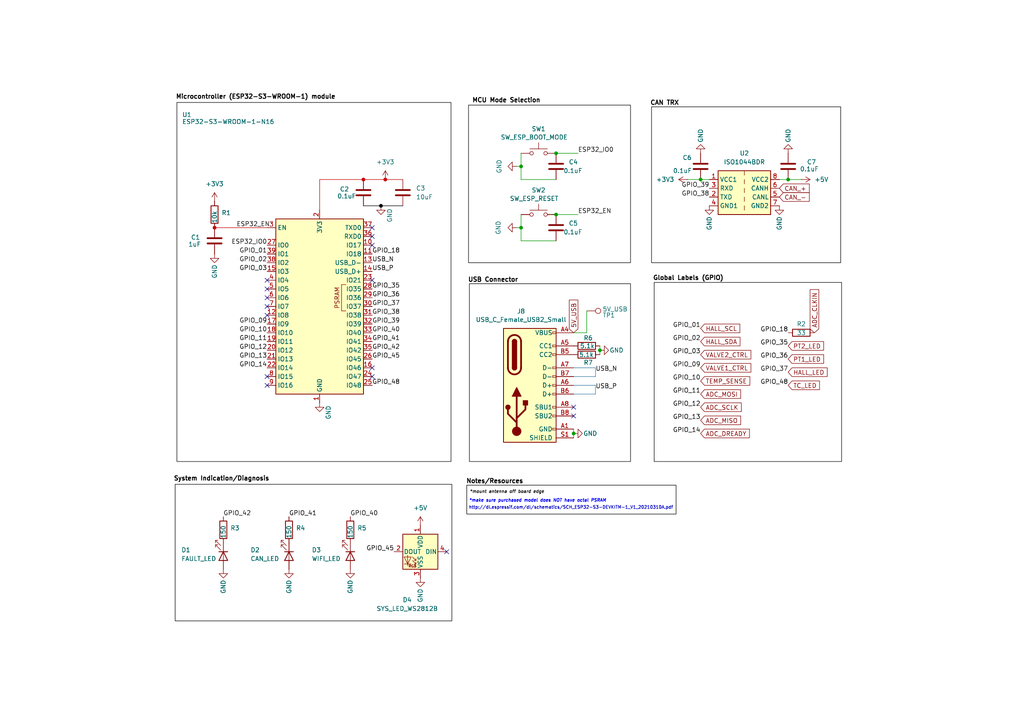
<source format=kicad_sch>
(kicad_sch (version 20231120) (generator "eeschema") (generator_version "8.0")
  (paper "A4")
  (title_block (title "ULC Board ESP32-S3 Breakout Circuitry ") (rev "A") (company "Queen's Rocket Engineering Team") (comment 1 "Jeevan Sanchez"))
  (lib_symbols
    (symbol "Connector:TestPoint" (pin_numbers hide) (pin_names (offset 0.762) hide)
      (property "Reference" "TP" (at 0 6.858 0))
      (property "Value" "TestPoint" (at 0 5.08 0))
      (symbol "TestPoint_0_1"
        (circle (center 0 3.302) (radius 0.762))
      )
      (symbol "TestPoint_1_1"
        (pin passive line (at 0 0 90) (length 2.54) (name "1") (number "1"))
      )
    )
    (symbol "Device:C" (pin_numbers hide) (pin_names (offset 0.254))
      (property "Reference" "C" (at 0.635 2.54 0))
      (property "Value" "C" (at 0.635 -2.54 0))
      (symbol "C_0_1"
        (polyline (pts (xy -2.032 -0.762) (xy 2.032 -0.762)) (stroke (width 0.508)))
        (polyline (pts (xy -2.032 0.762) (xy 2.032 0.762)) (stroke (width 0.508)))
      )
      (symbol "C_1_1"
        (pin passive line (at 0 3.81 270) (length 2.794) (name "~") (number "1"))
        (pin passive line (at 0 -3.81 90) (length 2.794) (name "~") (number "2"))
      )
    )
    (symbol "Device:LED" (pin_numbers hide) (pin_names (offset 1.016) hide)
      (property "Reference" "D" (at 0 2.54 0))
      (property "Value" "LED" (at 0 -2.54 0))
      (symbol "LED_0_1"
        (polyline (pts (xy -1.27 -1.27) (xy -1.27 1.27)) (stroke (width 0.254)))
        (polyline (pts (xy -1.27 0) (xy 1.27 0)))
        (polyline (pts (xy 1.27 -1.27) (xy 1.27 1.27) (xy -1.27 0) (xy 1.27 -1.27)) (stroke (width 0.254)))
        (polyline (pts (xy -3.048 -0.762) (xy -4.572 -2.286) (xy -3.81 -2.286) (xy -4.572 -2.286) (xy -4.572 -1.524)))
        (polyline (pts (xy -1.778 -0.762) (xy -3.302 -2.286) (xy -2.54 -2.286) (xy -3.302 -2.286) (xy -3.302 -1.524)))
      )
      (symbol "LED_1_1"
        (pin passive line (at -3.81 0 0) (length 2.54) (name "K") (number "1"))
        (pin passive line (at 3.81 0 180) (length 2.54) (name "A") (number "2"))
      )
    )
    (symbol "Device:R" (pin_numbers hide) (pin_names (offset 0))
      (property "Reference" "R" (at 2.032 0 90))
      (property "Value" "R" (at 0 0 90))
      (symbol "R_0_1"
        (rectangle (start -1.016 -2.54) (end 1.016 2.54) (stroke (width 0.254)))
      )
      (symbol "R_1_1"
        (pin passive line (at 0 3.81 270) (length 1.27) (name "~") (number "1"))
        (pin passive line (at 0 -3.81 90) (length 1.27) (name "~") (number "2"))
      )
    )
    (symbol "Interface_CAN_LIN:ISO1044BD"
      (property "Reference" "U" (at -6.35 6.35 0))
      (property "Value" "ISO1044BD" (at 2.54 6.35 0))
      (symbol "ISO1044BD_0_1"
        (rectangle (start -7.62 5.08) (end 7.62 -7.62) (stroke (width 0.254)) (fill (type background)))
        (polyline (pts (xy 0 -5.08) (xy 0 -6.35)))
        (polyline (pts (xy 0 -2.54) (xy 0 -3.81)))
        (polyline (pts (xy 0 0) (xy 0 -1.27)))
        (polyline (pts (xy 0 2.54) (xy 0 1.27)))
        (polyline (pts (xy 0 5.08) (xy 0 3.81)))
      )
      (symbol "ISO1044BD_1_1"
        (pin power_in line (at -10.16 2.54 0) (length 2.54) (name "VCC1") (number "1"))
        (pin input line (at -10.16 -2.54 0) (length 2.54) (name "TXD") (number "2"))
        (pin output line (at -10.16 0 0) (length 2.54) (name "RXD") (number "3"))
        (pin power_in line (at -10.16 -5.08 0) (length 2.54) (name "GND1") (number "4"))
        (pin bidirectional line (at 10.16 -2.54 180) (length 2.54) (name "CANL") (number "5"))
        (pin bidirectional line (at 10.16 0 180) (length 2.54) (name "CANH") (number "6"))
        (pin power_in line (at 10.16 -5.08 180) (length 2.54) (name "GND2") (number "7"))
        (pin power_in line (at 10.16 2.54 180) (length 2.54) (name "VCC2") (number "8"))
      )
    )
    (symbol "LED:WS2812B" (pin_names (offset 0.254))
      (property "Reference" "D" (at 5.08 5.715 0))
      (property "Value" "WS2812B" (at 1.27 -5.715 0))
      (symbol "WS2812B_0_0"
        (text "RGB" (at 2.286 -4.191 0) (effects (font (size 0.762 0.762))))
      )
      (symbol "WS2812B_0_1"
        (polyline (pts (xy 1.27 -3.556) (xy 1.778 -3.556)))
        (polyline (pts (xy 1.27 -2.54) (xy 1.778 -2.54)))
        (polyline (pts (xy 4.699 -3.556) (xy 2.667 -3.556)))
        (polyline (pts (xy 2.286 -2.54) (xy 1.27 -3.556) (xy 1.27 -3.048)))
        (polyline (pts (xy 2.286 -1.524) (xy 1.27 -2.54) (xy 1.27 -2.032)))
        (polyline (pts (xy 3.683 -1.016) (xy 3.683 -3.556) (xy 3.683 -4.064)))
        (polyline (pts (xy 4.699 -1.524) (xy 2.667 -1.524) (xy 3.683 -3.556) (xy 4.699 -1.524)))
        (rectangle (start 5.08 5.08) (end -5.08 -5.08) (stroke (width 0.254)) (fill (type background)))
      )
      (symbol "WS2812B_1_1"
        (pin power_in line (at 0 7.62 270) (length 2.54) (name "VDD") (number "1"))
        (pin output line (at 7.62 0 180) (length 2.54) (name "DOUT") (number "2"))
        (pin power_in line (at 0 -7.62 90) (length 2.54) (name "VSS") (number "3"))
        (pin input line (at -7.62 0 0) (length 2.54) (name "DIN") (number "4"))
      )
    )
    (symbol "RF_Module:ESP32-S3-WROOM-1"
      (property "Reference" "U" (at -12.7 26.67 0))
      (property "Value" "ESP32-S3-WROOM-1" (at 12.7 26.67 0))
      (symbol "ESP32-S3-WROOM-1_0_0"
        (rectangle (start -12.7 25.4) (end 12.7 -25.4) (stroke (width 0.254)) (fill (type background)))
        (text "PSRAM" (at 5.08 2.54 900) (effects (font (size 1.27 1.27))))
      )
      (symbol "ESP32-S3-WROOM-1_0_1"
        (polyline (pts (xy 7.62 -1.27) (xy 6.35 -1.27) (xy 6.35 6.35) (xy 7.62 6.35)))
      )
      (symbol "ESP32-S3-WROOM-1_1_1"
        (pin power_in line (at 0 -27.94 90) (length 2.54) (name "GND") (number "1"))
        (pin bidirectional line (at 15.24 17.78 180) (length 2.54) (name "IO17") (number "10"))
        (pin bidirectional line (at 15.24 15.24 180) (length 2.54) (name "IO18") (number "11"))
        (pin bidirectional line (at -15.24 -2.54 0) (length 2.54) (name "IO8") (number "12"))
        (pin bidirectional line (at 15.24 12.7 180) (length 2.54) (name "USB_D-") (number "13"))
        (pin bidirectional line (at 15.24 10.16 180) (length 2.54) (name "USB_D+") (number "14"))
        (pin bidirectional line (at -15.24 10.16 0) (length 2.54) (name "IO3") (number "15"))
        (pin bidirectional line (at 15.24 -17.78 180) (length 2.54) (name "IO46") (number "16"))
        (pin bidirectional line (at -15.24 -5.08 0) (length 2.54) (name "IO9") (number "17"))
        (pin bidirectional line (at -15.24 -7.62 0) (length 2.54) (name "IO10") (number "18"))
        (pin bidirectional line (at -15.24 -10.16 0) (length 2.54) (name "IO11") (number "19"))
        (pin power_in line (at 0 27.94 270) (length 2.54) (name "3V3") (number "2"))
        (pin bidirectional line (at -15.24 -12.7 0) (length 2.54) (name "IO12") (number "20"))
        (pin bidirectional line (at -15.24 -15.24 0) (length 2.54) (name "IO13") (number "21"))
        (pin bidirectional line (at -15.24 -17.78 0) (length 2.54) (name "IO14") (number "22"))
        (pin bidirectional line (at 15.24 7.62 180) (length 2.54) (name "IO21") (number "23"))
        (pin bidirectional line (at 15.24 -20.32 180) (length 2.54) (name "IO47") (number "24"))
        (pin bidirectional line (at 15.24 -22.86 180) (length 2.54) (name "IO48") (number "25"))
        (pin bidirectional line (at 15.24 -15.24 180) (length 2.54) (name "IO45") (number "26"))
        (pin bidirectional line (at -15.24 17.78 0) (length 2.54) (name "IO0") (number "27"))
        (pin bidirectional line (at 15.24 5.08 180) (length 2.54) (name "IO35") (number "28"))
        (pin bidirectional line (at 15.24 2.54 180) (length 2.54) (name "IO36") (number "29"))
        (pin input line (at -15.24 22.86 0) (length 2.54) (name "EN") (number "3"))
        (pin bidirectional line (at 15.24 0 180) (length 2.54) (name "IO37") (number "30"))
        (pin bidirectional line (at 15.24 -2.54 180) (length 2.54) (name "IO38") (number "31"))
        (pin bidirectional line (at 15.24 -5.08 180) (length 2.54) (name "IO39") (number "32"))
        (pin bidirectional line (at 15.24 -7.62 180) (length 2.54) (name "IO40") (number "33"))
        (pin bidirectional line (at 15.24 -10.16 180) (length 2.54) (name "IO41") (number "34"))
        (pin bidirectional line (at 15.24 -12.7 180) (length 2.54) (name "IO42") (number "35"))
        (pin bidirectional line (at 15.24 20.32 180) (length 2.54) (name "RXD0") (number "36"))
        (pin bidirectional line (at 15.24 22.86 180) (length 2.54) (name "TXD0") (number "37"))
        (pin bidirectional line (at -15.24 12.7 0) (length 2.54) (name "IO2") (number "38"))
        (pin bidirectional line (at -15.24 15.24 0) (length 2.54) (name "IO1") (number "39"))
        (pin bidirectional line (at -15.24 7.62 0) (length 2.54) (name "IO4") (number "4"))
        (pin passive line (at 0 -27.94 90) (length 2.54) hide (name "GND") (number "40"))
        (pin passive line (at 0 -27.94 90) (length 2.54) hide (name "GND") (number "41"))
        (pin bidirectional line (at -15.24 5.08 0) (length 2.54) (name "IO5") (number "5"))
        (pin bidirectional line (at -15.24 2.54 0) (length 2.54) (name "IO6") (number "6"))
        (pin bidirectional line (at -15.24 0 0) (length 2.54) (name "IO7") (number "7"))
        (pin bidirectional line (at -15.24 -20.32 0) (length 2.54) (name "IO15") (number "8"))
        (pin bidirectional line (at -15.24 -22.86 0) (length 2.54) (name "IO16") (number "9"))
      )
    )
    (symbol "Switch:SW_Push" (pin_numbers hide) (pin_names (offset 1.016) hide)
      (property "Reference" "SW" (at 1.27 2.54 0))
      (property "Value" "SW_Push" (at 0 -1.524 0))
      (symbol "SW_Push_0_1"
        (circle (center -2.032 0) (radius 0.508))
        (polyline (pts (xy 0 1.27) (xy 0 3.048)))
        (polyline (pts (xy 2.54 1.27) (xy -2.54 1.27)))
        (circle (center 2.032 0) (radius 0.508))
        (pin passive line (at -5.08 0 0) (length 2.54) (name "1") (number "1"))
        (pin passive line (at 5.08 0 180) (length 2.54) (name "2") (number "2"))
      )
    )
    (symbol "USB_C:USB_C_Female_USB2_Small" (pin_names (offset 1.016))
      (property "Reference" "J" (at -10.16 19.05 0))
      (property "Value" "USB_C_Female_USB2_Small" (at 19.05 19.05 0))
      (symbol "USB_C_Female_USB2_Small_0_0"
        (rectangle (start 10.16 -11.684) (end 9.144 -11.176))
        (rectangle (start 10.16 -7.366) (end 9.144 -7.874))
        (rectangle (start 10.16 -4.826) (end 9.144 -5.334))
        (rectangle (start 10.16 -1.016) (end 9.144 -1.524))
        (rectangle (start 10.16 1.524) (end 9.144 1.016))
        (rectangle (start 10.16 4.064) (end 9.144 3.556))
        (rectangle (start 10.16 6.604) (end 9.144 6.096))
        (rectangle (start 10.16 10.414) (end 9.144 9.906))
        (rectangle (start 10.16 12.954) (end 9.144 12.446))
        (rectangle (start 10.16 16.764) (end 9.144 16.256))
      )
      (symbol "USB_C_Female_USB2_Small_0_1"
        (rectangle (start -5.08 17.78) (end 10.16 -15.24) (stroke (width 0.254)) (fill (type background)))
        (circle (center -3.81 -5.08) (radius 0.635) (stroke (width 0.254)) (fill (type outline)))
        (arc (start -3.81 6.35) (mid -1.905 4.4533) (end 0 6.35) (stroke (width 0.508)))
        (arc (start -2.54 6.35) (mid -1.905 5.7177) (end -1.27 6.35) (stroke (width 0.254)))
        (arc (start -2.54 6.35) (mid -1.905 5.7177) (end -1.27 6.35) (stroke (width 0.254)) (fill (type outline)))
        (rectangle (start -2.54 13.97) (end -1.27 6.35) (stroke (width 0.254)) (fill (type outline)))
        (circle (center -1.27 -12.065) (radius 1.27) (fill (type outline)))
        (arc (start -1.27 13.97) (mid -1.905 14.6023) (end -2.54 13.97) (stroke (width 0.254)))
        (arc (start -1.27 13.97) (mid -1.905 14.6023) (end -2.54 13.97) (stroke (width 0.254)) (fill (type outline)))
        (polyline (pts (xy -3.81 6.35) (xy -3.81 13.97)) (stroke (width 0.508)))
        (polyline (pts (xy -1.27 -12.065) (xy -1.27 -1.905)) (stroke (width 0.508)))
        (polyline (pts (xy 0 13.97) (xy 0 6.35)) (stroke (width 0.508)))
        (polyline (pts (xy -1.27 -9.525) (xy -3.81 -6.985) (xy -3.81 -5.715)) (stroke (width 0.508)))
        (polyline (pts (xy -1.27 -8.255) (xy 1.27 -5.715) (xy 1.27 -4.445)) (stroke (width 0.508)))
        (polyline (pts (xy -2.54 -1.905) (xy -1.27 0.635) (xy 0 -1.905) (xy -2.54 -1.905)) (stroke (width 0.254)) (fill (type outline)))
        (arc (start 0 13.97) (mid -1.905 15.8667) (end -3.81 13.97) (stroke (width 0.508)))
        (rectangle (start 0.635 -4.445) (end 1.905 -3.175) (stroke (width 0.254)) (fill (type outline)))
      )
      (symbol "USB_C_Female_USB2_Small_1_1"
        (pin passive line (at 15.24 -11.43 180) (length 5.08) (name "GND") (number "A1"))
        (pin passive line (at 15.24 -11.43 180) (length 5.08) hide (name "GND") (number "A12"))
        (pin passive line (at 15.24 16.51 180) (length 5.08) (name "VBUS") (number "A4"))
        (pin bidirectional line (at 15.24 12.7 180) (length 5.08) (name "CC1") (number "A5"))
        (pin bidirectional line (at 15.24 1.27 180) (length 5.08) (name "D+") (number "A6"))
        (pin bidirectional line (at 15.24 6.35 180) (length 5.08) (name "D-") (number "A7"))
        (pin bidirectional line (at 15.24 -5.08 180) (length 5.08) (name "SBU1") (number "A8"))
        (pin passive line (at 15.24 16.51 180) (length 5.08) hide (name "VBUS") (number "A9"))
        (pin passive line (at 15.24 -11.43 180) (length 5.08) hide (name "GND") (number "B1"))
        (pin passive line (at 15.24 -11.43 180) (length 5.08) hide (name "GND") (number "B12"))
        (pin passive line (at 15.24 16.51 180) (length 5.08) hide (name "VBUS") (number "B4"))
        (pin bidirectional line (at 15.24 10.16 180) (length 5.08) (name "CC2") (number "B5"))
        (pin bidirectional line (at 15.24 -1.27 180) (length 5.08) (name "D+") (number "B6"))
        (pin bidirectional line (at 15.24 3.81 180) (length 5.08) (name "D-") (number "B7"))
        (pin bidirectional line (at 15.24 -7.62 180) (length 5.08) (name "SBU2") (number "B8"))
        (pin passive line (at 15.24 16.51 180) (length 5.08) hide (name "VBUS") (number "B9"))
        (pin passive line (at 15.24 -13.97 180) (length 5.08) (name "SHIELD") (number "S1"))
      )
    )
    (symbol "power:+3V3" (power) (pin_numbers hide) (pin_names (offset 0) hide)
      (property "Value" "+3V3" (at 0 3.556 0))
      (symbol "+3V3_0_1"
        (polyline (pts (xy -0.762 1.27) (xy 0 2.54)))
        (polyline (pts (xy 0 0) (xy 0 2.54)))
        (polyline (pts (xy 0 2.54) (xy 0.762 1.27)))
      )
      (symbol "+3V3_1_1"
        (pin power_in line (at 0 0 90) (length 0) (name "~") (number "1"))
      )
    )
    (symbol "power:+5V" (power) (pin_numbers hide) (pin_names (offset 0) hide)
      (property "Value" "+5V" (at 0 3.556 0))
      (symbol "+5V_0_1"
        (polyline (pts (xy -0.762 1.27) (xy 0 2.54)))
        (polyline (pts (xy 0 0) (xy 0 2.54)))
        (polyline (pts (xy 0 2.54) (xy 0.762 1.27)))
      )
      (symbol "+5V_1_1"
        (pin power_in line (at 0 0 90) (length 0) (name "~") (number "1"))
      )
    )
    (symbol "power:GND" (power) (pin_numbers hide) (pin_names (offset 0) hide)
      (property "Value" "GND" (at 0 -3.81 0))
      (symbol "GND_0_1"
        (polyline (pts (xy 0 0) (xy 0 -1.27) (xy 1.27 -1.27) (xy 0 -2.54) (xy -1.27 -1.27) (xy 0 -1.27)))
      )
      (symbol "GND_1_1"
        (pin power_in line (at 0 0 270) (length 0) (name "~") (number "1"))
      )
    )
  )
  (junction (at 161.29 62.23))
  (junction (at 161.29 44.45))
  (junction (at 166.37 125.73))
  (junction (at 203.2 52.07))
  (junction (at 173.99 101.6))
  (junction (at 151.13 66.04))
  (junction (at 110.49 59.69) (color 0 0 0 1))
  (junction (at 111.76 52.07) (color 194 0 0 1))
  (junction (at 228.6 52.07))
  (junction (at 105.41 52.07) (color 194 0 0 1))
  (junction (at 62.23 66.04) (color 194 0 0 1))
  (junction (at 151.13 48.26))
  (no_connect (at 77.47 86.36))
  (no_connect (at 77.47 91.44))
  (no_connect (at 166.37 118.11))
  (no_connect (at 77.47 81.28))
  (no_connect (at 107.95 71.12))
  (no_connect (at 77.47 88.9))
  (no_connect (at 107.95 109.22))
  (no_connect (at 77.47 109.22))
  (no_connect (at 166.37 120.65))
  (no_connect (at 129.54 160.02))
  (no_connect (at 77.47 83.82))
  (no_connect (at 107.95 106.68))
  (no_connect (at 77.47 111.76))
  (no_connect (at 107.95 81.28))
  (no_connect (at 107.95 66.04))
  (no_connect (at 107.95 68.58))
  (wire (pts (xy 151.13 62.23) (xy 151.13 66.04)))
  (wire (pts (xy 151.13 48.26) (xy 151.13 52.07)))
  (wire (pts (xy 203.2 52.07) (xy 205.74 52.07)))
  (wire (pts (xy 92.71 52.07) (xy 92.71 60.96)) (stroke (width 0) (color 194 0 0 1)))
  (wire (pts (xy 149.86 66.04) (xy 151.13 66.04)))
  (wire (pts (xy 149.86 48.26) (xy 151.13 48.26)))
  (wire (pts (xy 111.76 52.07) (xy 116.84 52.07)) (stroke (width 0) (color 194 0 0 1)))
  (wire (pts (xy 166.37 125.73) (xy 166.37 127)))
  (wire (pts (xy 166.37 114.3) (xy 172.72 114.3)) (stroke (width 0) (color 47 120 160 1)))
  (wire (pts (xy 161.29 62.23) (xy 167.64 62.23)))
  (wire (pts (xy 228.6 52.07) (xy 232.41 52.07)))
  (wire (pts (xy 160.02 44.45) (xy 161.29 44.45)))
  (wire (pts (xy 92.71 52.07) (xy 105.41 52.07)) (stroke (width 0) (color 194 0 0 1)))
  (wire (pts (xy 105.41 52.07) (xy 111.76 52.07)) (stroke (width 0) (color 194 0 0 1)))
  (wire (pts (xy 105.41 59.69) (xy 110.49 59.69)) (stroke (width 0) (color 0 0 0 1)))
  (wire (pts (xy 228.6 52.07) (xy 226.06 52.07)))
  (wire (pts (xy 172.72 106.68) (xy 172.72 109.22)) (stroke (width 0) (color 47 120 160 1)))
  (wire (pts (xy 170.18 96.52) (xy 170.18 90.17)))
  (wire (pts (xy 199.39 52.07) (xy 203.2 52.07)))
  (wire (pts (xy 173.99 100.33) (xy 173.99 101.6)))
  (wire (pts (xy 151.13 44.45) (xy 151.13 48.26)))
  (wire (pts (xy 166.37 124.46) (xy 166.37 125.73)))
  (wire (pts (xy 172.72 109.22) (xy 166.37 109.22)) (stroke (width 0) (color 47 120 160 1)))
  (wire (pts (xy 166.37 106.68) (xy 172.72 106.68)) (stroke (width 0) (color 47 120 160 1)))
  (wire (pts (xy 151.13 66.04) (xy 151.13 69.85)))
  (wire (pts (xy 151.13 52.07) (xy 161.29 52.07)))
  (wire (pts (xy 161.29 44.45) (xy 167.64 44.45)))
  (wire (pts (xy 166.37 96.52) (xy 170.18 96.52)))
  (wire (pts (xy 62.23 66.04) (xy 77.47 66.04)) (stroke (width 0) (color 194 0 0 1)))
  (wire (pts (xy 173.99 101.6) (xy 173.99 102.87)))
  (wire (pts (xy 172.72 114.3) (xy 172.72 111.76)) (stroke (width 0) (color 47 120 160 1)))
  (wire (pts (xy 151.13 69.85) (xy 161.29 69.85)))
  (wire (pts (xy 172.72 111.76) (xy 166.37 111.76)) (stroke (width 0) (color 47 120 160 1)))
  (wire (pts (xy 160.02 62.23) (xy 161.29 62.23)))
  (wire (pts (xy 110.49 59.69) (xy 116.84 59.69)) (stroke (width 0) (color 0 0 0 1)))
  (rectangle (start 51.308 29.718) (end 130.81 133.858) (stroke (width 0) (color 0 0 0 1)))
  (rectangle (start 136.144 82.296) (end 182.88 133.858) (stroke (width 0) (color 0 0 0 1)))
  (rectangle (start 135.89 30.48) (end 182.88 76.2) (stroke (width 0) (color 0 0 0 1)))
  (rectangle (start 50.8 140.462) (end 131.064 180.086) (stroke (width 0) (color 0 0 0 1)))
  (rectangle (start 135.382 140.716) (end 196.088 149.098) (stroke (width 0) (color 0 0 0 1)))
  (rectangle (start 188.976 30.988) (end 243.84 76.2) (stroke (width 0) (color 0 0 0 1)))
  (rectangle (start 189.738 81.915) (end 244.094 133.858) (stroke (width 0) (color 0 0 0 1)))
  (text "Notes/Resources" (at 143.51 139.7 0) (effects (font (size 1.27 1.27) (thickness 0.254) (bold yes))))
  (text "CAN TRX" (at 192.786 29.972 0) (effects (font (size 1.27 1.27) (thickness 0.254) (bold yes))))
  (text "MCU Mode Selection" (at 136.906 29.972 0) (effects (font (size 1.27 1.27) (bold yes)) (justify left bottom)))
  (text "*make sure purchased model does NOT have octal PSRAM" (at 155.956 145.288 0) (effects (font (size 0.889 0.889) (thickness 0.1778) (bold yes) (italic yes))))
  (text "USB Connector " (at 143.51 81.28 0) (effects (font (size 1.27 1.27) (thickness 0.254) (bold yes))))
  (text "System Indication/Diagnosis" (at 64.262 138.938 0) (effects (font (size 1.27 1.27) (thickness 0.254) (bold yes))))
  (text "*mount antenna off board edge" (at 147.066 142.748 0) (effects (font (size 0.889 0.889) (italic yes))))
  (text "Microcontroller (ESP32-S3-WROOM-1) module" (at 74.168 28.194 0) (effects (font (size 1.27 1.27) (thickness 0.254) (bold yes))))
  (text "Global Labels (GPIO)" (at 199.644 80.772 0) (effects (font (size 1.27 1.27) (thickness 0.254) (bold yes))))
  (text "http://dl.espressif.com/dl/schematics/SCH_ESP32-S3-DEVKITM-1_V1_20210310A.pdf" (at 165.608 147.32 0) (effects (font (size 0.889 0.889))))
  (label "GPIO_11" (at 203.2 114.3 180))
  (label "USB_P" (at 172.72 113.03 0))
  (label "GPIO_09" (at 77.47 93.98 180))
  (label "GPIO_45" (at 107.95 104.14 0))
  (label "GPIO_02" (at 77.47 76.2 180))
  (label "GPIO_41" (at 83.82 149.86 0))
  (label "GPIO_01" (at 77.47 73.66 180))
  (label "GPIO_37" (at 107.95 88.9 0))
  (label "GPIO_38" (at 107.95 91.44 0))
  (label "USB_P" (at 107.95 78.74 0))
  (label "GPIO_37" (at 228.6 107.95 180))
  (label "GPIO_48" (at 107.95 111.76 0))
  (label "GPIO_35" (at 228.6 100.33 180))
  (label "GPIO_12" (at 203.2 118.11 180))
  (label "GPIO_36" (at 228.6 104.14 180))
  (label "GPIO_36" (at 107.95 86.36 0))
  (label "GPIO_03" (at 77.47 78.74 180))
  (label "GPIO_03" (at 203.2 102.87 180))
  (label "GPIO_39" (at 107.95 93.98 0))
  (label "GPIO_45" (at 114.3 160.02 180))
  (label "GPIO_13" (at 203.2 121.92 180))
  (label "GPIO_35" (at 107.95 83.82 0))
  (label "ESP32_EN" (at 68.58 66.04 0))
  (label "GPIO_40" (at 101.6 149.86 0))
  (label "GPIO_18" (at 228.6 96.52 180))
  (label "GPIO_14" (at 77.47 106.68 180))
  (label "ESP32_IO0" (at 77.47 71.12 180))
  (label "GPIO_38" (at 205.74 57.15 180))
  (label "GPIO_01" (at 203.2 95.25 180))
  (label "GPIO_42" (at 107.95 101.6 0))
  (label "GPIO_14" (at 203.2 125.73 180))
  (label "ESP32_IO0" (at 167.64 44.45 0))
  (label "GPIO_41" (at 107.95 99.06 0))
  (label "GPIO_42" (at 64.77 149.86 0))
  (label "GPIO_48" (at 228.6 111.76 180))
  (label "GPIO_12" (at 77.47 101.6 180))
  (label "GPIO_10" (at 77.47 96.52 180))
  (label "GPIO_11" (at 77.47 99.06 180))
  (label "GPIO_10" (at 203.2 110.49 180))
  (label "GPIO_40" (at 107.95 96.52 0))
  (label "GPIO_02" (at 203.2 99.06 180))
  (label "USB_N" (at 172.72 107.95 0))
  (label "GPIO_13" (at 77.47 104.14 180))
  (label "GPIO_39" (at 205.74 54.61 180))
  (label "GPIO_09" (at 203.2 106.68 180))
  (label "GPIO_18" (at 107.95 73.66 0))
  (label "ESP32_EN" (at 167.64 62.23 0))
  (label "USB_N" (at 107.95 76.2 0))
  (global_label "TC_LED" (shape input) (at 228.6 111.76 0) (property "Intersheetrefs" "${INTERSHEET_REFS}" (effects (hide yes))))
  (global_label "ADC_MOSI" (shape input) (at 203.2 114.3 0) (property "Intersheetrefs" "${INTERSHEET_REFS}" (effects (hide yes))))
  (global_label "ADC_MISO" (shape input) (at 203.2 121.92 0) (property "Intersheetrefs" "${INTERSHEET_REFS}" (effects (hide yes))))
  (global_label "ADC_CLKIN" (shape input) (at 236.22 96.52 90) (property "Intersheetrefs" "${INTERSHEET_REFS}" (effects (hide yes))))
  (global_label "PT1_LED" (shape input) (at 228.6 104.14 0) (property "Intersheetrefs" "${INTERSHEET_REFS}" (effects (hide yes))))
  (global_label "HALL_LED" (shape input) (at 228.6 107.95 0) (property "Intersheetrefs" "${INTERSHEET_REFS}" (effects (hide yes))))
  (global_label "5V_USB" (shape input) (at 166.37 96.52 90) (property "Intersheetrefs" "${INTERSHEET_REFS}" (effects (hide yes))))
  (global_label "PT2_LED" (shape input) (at 228.6 100.33 0) (property "Intersheetrefs" "${INTERSHEET_REFS}" (effects (hide yes))))
  (global_label "VALVE2_CTRL" (shape input) (at 203.2 102.87 0) (property "Intersheetrefs" "${INTERSHEET_REFS}" (effects (hide yes))))
  (global_label "ADC_DREADY" (shape input) (at 203.2 125.73 0) (property "Intersheetrefs" "${INTERSHEET_REFS}" (effects (hide yes))))
  (global_label "CAN_-" (shape input) (at 226.06 57.15 0) (property "Intersheetrefs" "${INTERSHEET_REFS}" (effects (hide yes))))
  (global_label "CAN_+" (shape input) (at 226.06 54.61 0) (property "Intersheetrefs" "${INTERSHEET_REFS}" (effects (hide yes))))
  (global_label "TEMP_SENSE" (shape input) (at 203.2 110.49 0) (property "Intersheetrefs" "${INTERSHEET_REFS}" (effects (hide yes))))
  (global_label "VALVE1_CTRL" (shape input) (at 203.2 106.68 0) (property "Intersheetrefs" "${INTERSHEET_REFS}" (effects (hide yes))))
  (global_label "ADC_SCLK" (shape input) (at 203.2 118.11 0) (property "Intersheetrefs" "${INTERSHEET_REFS}" (effects (hide yes))))
  (global_label "HALL_SCL" (shape input) (at 203.2 95.25 0) (property "Intersheetrefs" "${INTERSHEET_REFS}" (effects (hide yes))))
  (global_label "HALL_SDA" (shape input) (at 203.2 99.06 0) (property "Intersheetrefs" "${INTERSHEET_REFS}" (effects (hide yes))))
  (symbol (lib_id "Device:C") (at 105.41 55.88 0) (unit 1)
    (property "Reference" "C2" (at 98.552 54.864 0) (effects (justify left)))
    (property "Value" "0.1uF" (at 97.79 56.8961 0) (effects (justify left)))
    (property "Footprint" "Capacitor_SMD:C_0603_1608Metric" (effects (hide yes)))
    (property "Description" "Unpolarized capacitor" (effects (hide yes)))
    (property "LCSC" "C14663" (effects (hide yes)))
  )
  (symbol (lib_id "power:GND") (at 205.74 59.69 0) (unit 1)
    (property "Reference" "#PWR018" (effects (hide yes)))
    (property "Value" "GND" (at 205.74 62.738 90) (effects (justify right)))
    (property "Description" "Power symbol creates a global label with name \"GND\" , ground" (effects (hide yes)))
  )
  (symbol (lib_id "power:GND") (at 228.6 44.45 180) (unit 1)
    (property "Reference" "#PWR020" (effects (hide yes)))
    (property "Value" "GND" (at 228.6 41.402 90) (effects (justify right)))
    (property "Description" "Power symbol creates a global label with name \"GND\" , ground" (effects (hide yes)))
  )
  (symbol (lib_id "Device:R") (at 170.18 102.87 90) (unit 1)
    (property "Reference" "R7" (at 171.958 105.156 90) (effects (justify left)))
    (property "Value" "5.1k" (at 172.212 102.87 90) (effects (justify left)))
    (property "Footprint" "Resistor_SMD:R_0603_1608Metric" (effects (hide yes)))
    (property "Description" "Resistor" (effects (hide yes)))
    (property "LCSC" "C23186" (effects (hide yes)))
  )
  (symbol (lib_id "Connector:TestPoint") (at 170.18 90.17 270) (unit 1)
    (property "Reference" "TP1" (at 174.752 91.44 90) (effects (justify left)))
    (property "Value" "5V_USB" (at 174.752 89.662 90) (effects (justify left)))
    (property "Footprint" "TestPoint:TestPoint_Pad_D1.0mm" (effects (hide yes)))
    (property "Description" "test point" (effects (hide yes)))
  )
  (symbol (lib_id "power:GND") (at 83.82 165.1 0) (unit 1)
    (property "Reference" "#PWR07" (effects (hide yes)))
    (property "Value" "GND" (at 83.82 168.148 90) (effects (justify right)))
    (property "Description" "Power symbol creates a global label with name \"GND\" , ground" (effects (hide yes)))
  )
  (symbol (lib_id "Device:C") (at 228.6 48.26 180) (unit 1)
    (property "Reference" "C7" (at 236.728 46.99 0) (effects (justify left)))
    (property "Value" "0.1uF" (at 237.49 49.022 0) (effects (justify left)))
    (property "Footprint" "Capacitor_SMD:C_0603_1608Metric" (effects (hide yes)))
    (property "Description" "Unpolarized capacitor" (effects (hide yes)))
    (property "LCSC" "C14663" (effects (hide yes)))
  )
  (symbol (lib_id "power:+5V") (at 232.41 52.07 270) (unit 1)
    (property "Reference" "#PWR021" (effects (hide yes)))
    (property "Value" "+5V" (at 236.22 52.0699 90) (effects (justify left)))
    (property "Description" "Power symbol creates a global label with name \"+5V\"" (effects (hide yes)))
  )
  (symbol (lib_id "power:+3V3") (at 199.39 52.07 90) (unit 1)
    (property "Reference" "#PWR016" (effects (hide yes)))
    (property "Value" "+3V3" (at 195.58 52.0699 90) (effects (justify left)))
    (property "Description" "Power symbol creates a global label with name \"+3V3\"" (effects (hide yes)))
  )
  (symbol (lib_id "Device:R") (at 232.41 96.52 90) (unit 1)
    (property "Reference" "R2" (at 232.41 93.98 90))
    (property "Value" "33" (at 232.41 96.52 90))
    (property "Footprint" "Resistor_SMD:R_0603_1608Metric" (effects (hide yes)))
    (property "Description" "Resistor" (effects (hide yes)))
    (property "LCSC" "C23140" (effects (hide yes)))
  )
  (symbol (lib_id "USB_C:USB_C_Female_USB2_Small") (at 151.13 113.03 0) (unit 1)
    (property "Reference" "J8" (at 151.13 90.2858 0))
    (property "Value" "USB_C_Female_USB2_Small" (at 151.13 92.71 0))
    (property "Footprint" "USBC-CONN:USB_C_DB-108PWB" (effects (hide yes)))
    (property "Datasheet" "https://www.usb.org/sites/default/files/documents/usb_type-c.zip" (effects (hide yes)))
    (property "Description" "USB-C Connector" (effects (hide yes)))
    (property "JLCPCB" "C5178541" (effects (hide yes)))
  )
  (symbol (lib_id "power:GND") (at 101.6 165.1 0) (unit 1)
    (property "Reference" "#PWR010" (effects (hide yes)))
    (property "Value" "GND" (at 101.6 168.148 90) (effects (justify right)))
    (property "Description" "Power symbol creates a global label with name \"GND\" , ground" (effects (hide yes)))
  )
  (symbol (lib_id "Device:C") (at 161.29 66.04 180) (unit 1)
    (property "Reference" "C5" (at 167.64 64.77 0) (effects (justify left)))
    (property "Value" "0.1uF" (at 168.91 67.31 0) (effects (justify left)))
    (property "Footprint" "Capacitor_SMD:C_0603_1608Metric" (effects (hide yes)))
    (property "LCSC" "C14663" (effects (hide yes)))
  )
  (symbol (lib_id "power:+3V3") (at 62.23 58.42 0) (unit 1)
    (property "Reference" "#PWR01" (effects (hide yes)))
    (property "Value" "+3V3" (at 62.23 53.34 0))
    (property "Description" "Power symbol creates a global label with name \"+3V3\"" (effects (hide yes)))
  )
  (symbol (lib_id "power:GND") (at 226.06 59.69 0) (unit 1)
    (property "Reference" "#PWR019" (effects (hide yes)))
    (property "Value" "GND" (at 226.06 62.738 90) (effects (justify right)))
    (property "Description" "Power symbol creates a global label with name \"GND\" , ground" (effects (hide yes)))
  )
  (symbol (lib_id "power:+5V") (at 121.92 152.4 0) (unit 1)
    (property "Reference" "#PWR014" (effects (hide yes)))
    (property "Value" "+5V" (at 121.92 147.32 0))
    (property "Description" "Power symbol creates a global label with name \"+5V\"" (effects (hide yes)))
  )
  (symbol (lib_id "Device:C") (at 62.23 69.85 0) (unit 1)
    (property "Reference" "C1" (at 55.372 68.834 0) (effects (justify left)))
    (property "Value" "1uF" (at 54.61 70.8661 0) (effects (justify left)))
    (property "Footprint" "Capacitor_SMD:C_0603_1608Metric" (effects (hide yes)))
    (property "Description" "Unpolarized capacitor" (effects (hide yes)))
    (property "LCSC" "C15849" (effects (hide yes)))
  )
  (symbol (lib_id "Device:R") (at 101.6 153.67 0) (unit 1)
    (property "Reference" "R5" (at 103.632 153.162 0) (effects (justify left)))
    (property "Value" "150" (at 101.6 156.21 90) (effects (justify left)))
    (property "Footprint" "Resistor_SMD:R_0603_1608Metric" (effects (hide yes)))
    (property "Description" "Resistor" (effects (hide yes)))
    (property "LCSC" "C22808" (effects (hide yes)))
  )
  (symbol (lib_id "RF_Module:ESP32-S3-WROOM-1") (at 92.71 88.9 0) (unit 1)
    (property "Reference" "U1" (at 52.832 33.274 0) (effects (justify left)))
    (property "Value" "ESP32-S3-WROOM-1-N16" (at 52.832 35.306 0) (effects (justify left)))
    (property "Footprint" "RF_Module:ESP32-S3-WROOM-1" (effects (hide yes)))
    (property "Datasheet" "https://www.espressif.com/sites/default/files/documentation/esp32-s3-wroom-1_wroom-1u_datasheet_en.pdf" (effects (hide yes)))
    (property "Description" "RF Module, ESP32-S3 SoC, Wi-Fi 802.11b/g/n, Bluetooth, BLE, 32-bit, 3.3V, onboard antenna, SMD" (effects (hide yes)))
    (property "LCSC" "C2913199" (effects (hide yes)))
  )
  (symbol (lib_id "Device:R") (at 170.18 100.33 90) (unit 1)
    (property "Reference" "R6" (at 171.958 98.044 90) (effects (justify left)))
    (property "Value" "5.1k" (at 172.466 100.33 90) (effects (justify left)))
    (property "Footprint" "Resistor_SMD:R_0603_1608Metric" (effects (hide yes)))
    (property "Description" "Resistor" (effects (hide yes)))
    (property "LCSC" "C23186" (effects (hide yes)))
  )
  (symbol (lib_id "power:GND") (at 173.99 101.6 90) (unit 1)
    (property "Reference" "#PWR013" (effects (hide yes)))
    (property "Value" "GND" (at 178.816 101.6 90))
    (property "Description" "Power symbol creates a global label with name \"GND\" , ground" (effects (hide yes)))
  )
  (symbol (lib_id "Device:C") (at 116.84 55.88 0) (unit 1)
    (property "Reference" "C3" (at 120.65 54.6099 0) (effects (justify left)))
    (property "Value" "10uF" (at 120.65 57.1499 0) (effects (justify left)))
    (property "Footprint" "Capacitor_SMD:C_0603_1608Metric" (effects (hide yes)))
    (property "Description" "Unpolarized capacitor" (effects (hide yes)))
    (property "LCSC" "C96446" (effects (hide yes)))
  )
  (symbol (lib_id "LED:WS2812B") (at 121.92 160.02 0) (mirror y) (unit 1)
    (property "Reference" "D4" (at 118.11 173.99 0))
    (property "Value" "SYS_LED_WS2812B" (at 118.11 176.53 0))
    (property "Footprint" "LED_SMD:LED_WS2812B_PLCC4_5.0x5.0mm_P3.2mm" (effects (hide yes)))
    (property "Datasheet" "https://cdn-shop.adafruit.com/datasheets/WS2812B.pdf" (effects (hide yes)))
    (property "Description" "Adressable RGB LED" (effects (hide yes)))
    (property "Digikey" "1568-COM-16347CT-ND" (effects (hide yes)))
  )
  (symbol (lib_id "Device:R") (at 62.23 62.23 0) (unit 1)
    (property "Reference" "R1" (at 64.262 61.722 0) (effects (justify left)))
    (property "Value" "10k" (at 62.23 64.77 90) (effects (justify left)))
    (property "Footprint" "Resistor_SMD:R_0603_1608Metric" (effects (hide yes)))
    (property "Description" "Resistor" (effects (hide yes)))
    (property "LCSC" "C25804" (effects (hide yes)))
  )
  (symbol (lib_id "Switch:SW_Push") (at 156.21 44.45 0) (unit 1)
    (property "Reference" "SW1" (at 156.21 37.3847 0))
    (property "Value" "SW_ESP_BOOT_MODE" (at 154.94 39.8089 0))
    (property "Footprint" "Button_Switch_SMD:SW_Push_1P1T_XKB_TS-1187A" (effects (hide yes)))
    (property "Datasheet" "https://datasheet.lcsc.com/lcsc/2304140030_XKB-Connection-TS-1187A-B-A-B_C318884.pdf" (effects (hide yes)))
    (property "LCSC" "C318884" (effects (hide yes)))
  )
  (symbol (lib_id "power:GND") (at 203.2 44.45 180) (unit 1)
    (property "Reference" "#PWR017" (effects (hide yes)))
    (property "Value" "GND" (at 203.2 41.402 90) (effects (justify right)))
    (property "Description" "Power symbol creates a global label with name \"GND\" , ground" (effects (hide yes)))
  )
  (symbol (lib_id "Device:R") (at 83.82 153.67 0) (unit 1)
    (property "Reference" "R4" (at 85.852 153.162 0) (effects (justify left)))
    (property "Value" "150" (at 83.82 156.21 90) (effects (justify left)))
    (property "Footprint" "Resistor_SMD:R_0603_1608Metric" (effects (hide yes)))
    (property "Description" "Resistor" (effects (hide yes)))
    (property "LCSC" "C22808" (effects (hide yes)))
  )
  (symbol (lib_id "Device:LED") (at 83.82 161.29 270) (unit 1)
    (property "Reference" "D2" (at 72.644 159.512 90) (effects (justify left)))
    (property "Value" "CAN_LED" (at 72.644 162.052 90) (effects (justify left)))
    (property "Footprint" "LED_SMD:LED_0603_1608Metric" (effects (hide yes)))
    (property "Description" "Light emitting diode" (effects (hide yes)))
    (property "LCSC" "C2290" (effects (hide yes)))
  )
  (symbol (lib_id "Device:C") (at 203.2 48.26 180) (unit 1)
    (property "Reference" "C6" (at 200.66 45.72 0) (effects (justify left)))
    (property "Value" "0.1uF" (at 200.66 49.53 0) (effects (justify left)))
    (property "Footprint" "Capacitor_SMD:C_0603_1608Metric" (effects (hide yes)))
    (property "Description" "Unpolarized capacitor" (effects (hide yes)))
    (property "LCSC" "C14663" (effects (hide yes)))
  )
  (symbol (lib_id "power:GND") (at 64.77 165.1 0) (unit 1)
    (property "Reference" "#PWR06" (effects (hide yes)))
    (property "Value" "GND" (at 64.77 168.148 90) (effects (justify right)))
    (property "Description" "Power symbol creates a global label with name \"GND\" , ground" (effects (hide yes)))
  )
  (symbol (lib_id "power:GND") (at 149.86 66.04 270) (unit 1)
    (property "Reference" "#PWR09" (effects (hide yes)))
    (property "Value" "GND" (at 144.526 66.04 0))
  )
  (symbol (lib_id "Interface_CAN_LIN:ISO1044BD") (at 215.9 54.61 0) (unit 1)
    (property "Reference" "U2" (at 215.9 44.45 0))
    (property "Value" "ISO1044BDR" (at 215.9 46.99 0))
    (property "Footprint" "ul_ISO1044BDR:SOIC_1044BDR_TEX" (effects (hide yes)))
    (property "Datasheet" "https://www.ti.com/lit/ds/symlink/iso1044.pdf" (effects (hide yes)))
    (property "Description" "Isolated CAN FD Transceiver, SOIC-8" (effects (hide yes)))
    (property "LCSC" "C2878225" (effects (hide yes)))
  )
  (symbol (lib_id "power:GND") (at 92.71 116.84 0) (unit 1)
    (property "Reference" "#PWR041" (effects (hide yes)))
    (property "Value" "GND" (at 95.25 117.602 90) (effects (justify right)))
    (property "Description" "Power symbol creates a global label with name \"GND\" , ground" (effects (hide yes)))
  )
  (symbol (lib_id "Device:LED") (at 101.6 161.29 270) (unit 1)
    (property "Reference" "D3" (at 90.424 159.512 90) (effects (justify left)))
    (property "Value" "WIFI_LED" (at 90.424 162.052 90) (effects (justify left)))
    (property "Footprint" "LED_SMD:LED_0603_1608Metric" (effects (hide yes)))
    (property "Description" "Light emitting diode" (effects (hide yes)))
    (property "LCSC" "C2290" (effects (hide yes)))
  )
  (symbol (lib_id "power:GND") (at 149.86 48.26 270) (unit 1)
    (property "Reference" "#PWR08" (effects (hide yes)))
    (property "Value" "GND" (at 144.78 48.26 0))
  )
  (symbol (lib_id "power:GND") (at 62.23 73.66 0) (unit 1)
    (property "Reference" "#PWR02" (effects (hide yes)))
    (property "Value" "GND" (at 62.23 76.708 90) (effects (justify right)))
    (property "Description" "Power symbol creates a global label with name \"GND\" , ground" (effects (hide yes)))
  )
  (symbol (lib_id "power:+3V3") (at 111.76 52.07 0) (unit 1)
    (property "Reference" "#PWR05" (effects (hide yes)))
    (property "Value" "+3V3" (at 111.76 46.99 0))
    (property "Description" "Power symbol creates a global label with name \"+3V3\"" (effects (hide yes)))
  )
  (symbol (lib_id "Device:LED") (at 64.77 161.29 270) (unit 1)
    (property "Reference" "D1" (at 52.578 159.512 90) (effects (justify left)))
    (property "Value" "FAULT_LED" (at 52.578 162.052 90) (effects (justify left)))
    (property "Footprint" "LED_SMD:LED_0603_1608Metric" (effects (hide yes)))
    (property "Description" "Light emitting diode" (effects (hide yes)))
    (property "LCSC" "C2290" (effects (hide yes)))
  )
  (symbol (lib_id "Device:C") (at 161.29 48.26 180) (unit 1)
    (property "Reference" "C4" (at 167.64 46.99 0) (effects (justify left)))
    (property "Value" "0.1uF" (at 168.91 49.53 0) (effects (justify left)))
    (property "Footprint" "Capacitor_SMD:C_0603_1608Metric" (effects (hide yes)))
    (property "LCSC" "C14663" (effects (hide yes)))
  )
  (symbol (lib_id "Switch:SW_Push") (at 156.21 62.23 0) (unit 1)
    (property "Reference" "SW2" (at 156.21 55.1647 0))
    (property "Value" "SW_ESP_RESET" (at 154.94 57.5889 0))
    (property "Footprint" "Button_Switch_SMD:SW_Push_1P1T_XKB_TS-1187A" (effects (hide yes)))
    (property "Datasheet" "https://datasheet.lcsc.com/lcsc/2304140030_XKB-Connection-TS-1187A-B-A-B_C318884.pdf" (effects (hide yes)))
    (property "LCSC" "C318884" (effects (hide yes)))
  )
  (symbol (lib_id "Device:R") (at 64.77 153.67 0) (unit 1)
    (property "Reference" "R3" (at 66.802 153.162 0) (effects (justify left)))
    (property "Value" "150" (at 64.77 156.21 90) (effects (justify left)))
    (property "Footprint" "Resistor_SMD:R_0603_1608Metric" (effects (hide yes)))
    (property "Description" "Resistor" (effects (hide yes)))
    (property "LCSC" "C22808" (effects (hide yes)))
  )
  (symbol (lib_id "power:GND") (at 121.92 167.64 0) (unit 1)
    (property "Reference" "#PWR015" (effects (hide yes)))
    (property "Value" "GND" (at 121.92 170.688 90) (effects (justify right)))
    (property "Description" "Power symbol creates a global label with name \"GND\" , ground" (effects (hide yes)))
  )
  (symbol (lib_id "power:GND") (at 166.37 125.73 90) (unit 1)
    (property "Reference" "#PWR011" (effects (hide yes)))
    (property "Value" "GND" (at 171.196 125.73 90))
    (property "Description" "Power symbol creates a global label with name \"GND\" , ground" (effects (hide yes)))
  )
  (symbol (lib_id "power:GND") (at 110.49 59.69 0) (unit 1)
    (property "Reference" "#PWR04" (effects (hide yes)))
    (property "Value" "GND" (at 113.03 60.452 90) (effects (justify right)))
    (property "Description" "Power symbol creates a global label with name \"GND\" , ground" (effects (hide yes)))
  )
)
</source>
